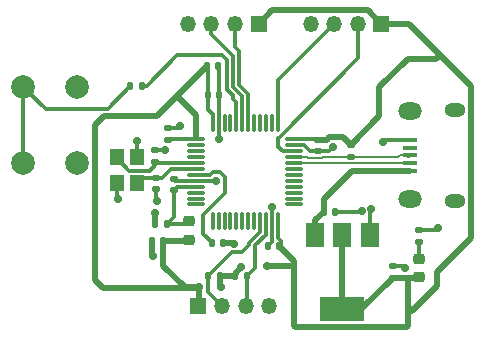
<source format=gbr>
%TF.GenerationSoftware,KiCad,Pcbnew,7.0.2*%
%TF.CreationDate,2023-04-27T00:23:47+05:30*%
%TF.ProjectId,stm32_pcb_design,73746d33-325f-4706-9362-5f6465736967,rev?*%
%TF.SameCoordinates,Original*%
%TF.FileFunction,Copper,L1,Top*%
%TF.FilePolarity,Positive*%
%FSLAX46Y46*%
G04 Gerber Fmt 4.6, Leading zero omitted, Abs format (unit mm)*
G04 Created by KiCad (PCBNEW 7.0.2) date 2023-04-27 00:23:47*
%MOMM*%
%LPD*%
G01*
G04 APERTURE LIST*
G04 Aperture macros list*
%AMRoundRect*
0 Rectangle with rounded corners*
0 $1 Rounding radius*
0 $2 $3 $4 $5 $6 $7 $8 $9 X,Y pos of 4 corners*
0 Add a 4 corners polygon primitive as box body*
4,1,4,$2,$3,$4,$5,$6,$7,$8,$9,$2,$3,0*
0 Add four circle primitives for the rounded corners*
1,1,$1+$1,$2,$3*
1,1,$1+$1,$4,$5*
1,1,$1+$1,$6,$7*
1,1,$1+$1,$8,$9*
0 Add four rect primitives between the rounded corners*
20,1,$1+$1,$2,$3,$4,$5,0*
20,1,$1+$1,$4,$5,$6,$7,0*
20,1,$1+$1,$6,$7,$8,$9,0*
20,1,$1+$1,$8,$9,$2,$3,0*%
G04 Aperture macros list end*
%TA.AperFunction,ComponentPad*%
%ADD10C,2.000000*%
%TD*%
%TA.AperFunction,SMDPad,CuDef*%
%ADD11RoundRect,0.140000X-0.140000X-0.170000X0.140000X-0.170000X0.140000X0.170000X-0.140000X0.170000X0*%
%TD*%
%TA.AperFunction,SMDPad,CuDef*%
%ADD12RoundRect,0.140000X-0.170000X0.140000X-0.170000X-0.140000X0.170000X-0.140000X0.170000X0.140000X0*%
%TD*%
%TA.AperFunction,SMDPad,CuDef*%
%ADD13RoundRect,0.140000X0.140000X0.170000X-0.140000X0.170000X-0.140000X-0.170000X0.140000X-0.170000X0*%
%TD*%
%TA.AperFunction,SMDPad,CuDef*%
%ADD14R,1.200000X1.400000*%
%TD*%
%TA.AperFunction,SMDPad,CuDef*%
%ADD15R,1.500000X2.000000*%
%TD*%
%TA.AperFunction,SMDPad,CuDef*%
%ADD16R,3.800000X2.000000*%
%TD*%
%TA.AperFunction,SMDPad,CuDef*%
%ADD17RoundRect,0.075000X-0.662500X-0.075000X0.662500X-0.075000X0.662500X0.075000X-0.662500X0.075000X0*%
%TD*%
%TA.AperFunction,SMDPad,CuDef*%
%ADD18RoundRect,0.075000X-0.075000X-0.662500X0.075000X-0.662500X0.075000X0.662500X-0.075000X0.662500X0*%
%TD*%
%TA.AperFunction,SMDPad,CuDef*%
%ADD19RoundRect,0.135000X-0.135000X-0.185000X0.135000X-0.185000X0.135000X0.185000X-0.135000X0.185000X0*%
%TD*%
%TA.AperFunction,SMDPad,CuDef*%
%ADD20RoundRect,0.135000X0.135000X0.185000X-0.135000X0.185000X-0.135000X-0.185000X0.135000X-0.185000X0*%
%TD*%
%TA.AperFunction,SMDPad,CuDef*%
%ADD21RoundRect,0.135000X0.185000X-0.135000X0.185000X0.135000X-0.185000X0.135000X-0.185000X-0.135000X0*%
%TD*%
%TA.AperFunction,SMDPad,CuDef*%
%ADD22RoundRect,0.135000X-0.185000X0.135000X-0.185000X-0.135000X0.185000X-0.135000X0.185000X0.135000X0*%
%TD*%
%TA.AperFunction,ComponentPad*%
%ADD23R,1.350000X1.350000*%
%TD*%
%TA.AperFunction,ComponentPad*%
%ADD24O,1.350000X1.350000*%
%TD*%
%TA.AperFunction,ComponentPad*%
%ADD25O,1.800000X1.150000*%
%TD*%
%TA.AperFunction,ComponentPad*%
%ADD26O,2.000000X1.450000*%
%TD*%
%TA.AperFunction,SMDPad,CuDef*%
%ADD27R,1.300000X0.450000*%
%TD*%
%TA.AperFunction,SMDPad,CuDef*%
%ADD28RoundRect,0.218750X-0.256250X0.218750X-0.256250X-0.218750X0.256250X-0.218750X0.256250X0.218750X0*%
%TD*%
%TA.AperFunction,SMDPad,CuDef*%
%ADD29RoundRect,0.140000X0.170000X-0.140000X0.170000X0.140000X-0.170000X0.140000X-0.170000X-0.140000X0*%
%TD*%
%TA.AperFunction,ViaPad*%
%ADD30C,0.700000*%
%TD*%
%TA.AperFunction,Conductor*%
%ADD31C,0.500000*%
%TD*%
%TA.AperFunction,Conductor*%
%ADD32C,0.300000*%
%TD*%
%TA.AperFunction,Conductor*%
%ADD33C,0.200000*%
%TD*%
G04 APERTURE END LIST*
D10*
%TO.P,SW1,1,A*%
%TO.N,GND*%
X121884000Y-90016400D03*
X121884000Y-83516400D03*
%TO.P,SW1,2,B*%
%TO.N,/SW_BOOTO*%
X117384000Y-90016400D03*
X117384000Y-83516400D03*
%TD*%
D11*
%TO.P,C7,1*%
%TO.N,+3.3V*%
X132999600Y-84226400D03*
%TO.P,C7,2*%
%TO.N,GND*%
X133959600Y-84226400D03*
%TD*%
D12*
%TO.P,C6,1*%
%TO.N,+3.3V*%
X142300000Y-88020000D03*
%TO.P,C6,2*%
%TO.N,GND*%
X142300000Y-88980000D03*
%TD*%
D13*
%TO.P,C5,1*%
%TO.N,+3.3V*%
X139062400Y-97028000D03*
%TO.P,C5,2*%
%TO.N,GND*%
X138102400Y-97028000D03*
%TD*%
D14*
%TO.P,Y1,4,4*%
%TO.N,GND*%
X127000000Y-89500000D03*
%TO.P,Y1,3,3*%
%TO.N,/HSE_OUT*%
X127000000Y-91700000D03*
%TO.P,Y1,2,2*%
%TO.N,GND*%
X125300000Y-91700000D03*
%TO.P,Y1,1,1*%
%TO.N,/HSE_IN*%
X125300000Y-89500000D03*
%TD*%
D15*
%TO.P,U2,1,GND*%
%TO.N,GND*%
X146700000Y-96050000D03*
D16*
%TO.P,U2,2,VO*%
%TO.N,+3.3V*%
X144400000Y-102350000D03*
D15*
X144400000Y-96050000D03*
%TO.P,U2,3,VI*%
%TO.N,VBUS*%
X142100000Y-96050000D03*
%TD*%
D17*
%TO.P,U1,1,VBAT*%
%TO.N,+3.3V*%
X132000000Y-88000000D03*
%TO.P,U1,2,PC13*%
%TO.N,unconnected-(U1-PC13-Pad2)*%
X132000000Y-88500000D03*
%TO.P,U1,3,PC14*%
%TO.N,unconnected-(U1-PC14-Pad3)*%
X132000000Y-89000000D03*
%TO.P,U1,4,PC15*%
%TO.N,unconnected-(U1-PC15-Pad4)*%
X132000000Y-89500000D03*
%TO.P,U1,5,PD0*%
%TO.N,/HSE_IN*%
X132000000Y-90000000D03*
%TO.P,U1,6,PD1*%
%TO.N,/HSE_OUT*%
X132000000Y-90500000D03*
%TO.P,U1,7,NRST*%
%TO.N,/NRST*%
X132000000Y-91000000D03*
%TO.P,U1,8,VSSA*%
%TO.N,GND*%
X132000000Y-91500000D03*
%TO.P,U1,9,VDDA*%
%TO.N,+3.3VA*%
X132000000Y-92000000D03*
%TO.P,U1,10,PA0*%
%TO.N,unconnected-(U1-PA0-Pad10)*%
X132000000Y-92500000D03*
%TO.P,U1,11,PA1*%
%TO.N,unconnected-(U1-PA1-Pad11)*%
X132000000Y-93000000D03*
%TO.P,U1,12,PA2*%
%TO.N,unconnected-(U1-PA2-Pad12)*%
X132000000Y-93500000D03*
D18*
%TO.P,U1,13,PA3*%
%TO.N,unconnected-(U1-PA3-Pad13)*%
X133412500Y-94912500D03*
%TO.P,U1,14,PA4*%
%TO.N,unconnected-(U1-PA4-Pad14)*%
X133912500Y-94912500D03*
%TO.P,U1,15,PA5*%
%TO.N,unconnected-(U1-PA5-Pad15)*%
X134412500Y-94912500D03*
%TO.P,U1,16,PA6*%
%TO.N,unconnected-(U1-PA6-Pad16)*%
X134912500Y-94912500D03*
%TO.P,U1,17,PA7*%
%TO.N,unconnected-(U1-PA7-Pad17)*%
X135412500Y-94912500D03*
%TO.P,U1,18,PB0*%
%TO.N,unconnected-(U1-PB0-Pad18)*%
X135912500Y-94912500D03*
%TO.P,U1,19,PB1*%
%TO.N,unconnected-(U1-PB1-Pad19)*%
X136412500Y-94912500D03*
%TO.P,U1,20,PB2*%
%TO.N,unconnected-(U1-PB2-Pad20)*%
X136912500Y-94912500D03*
%TO.P,U1,21,PB10*%
%TO.N,/I2C_SCL*%
X137412500Y-94912500D03*
%TO.P,U1,22,PB11*%
%TO.N,/I2C_SDA*%
X137912500Y-94912500D03*
%TO.P,U1,23,VSS*%
%TO.N,GND*%
X138412500Y-94912500D03*
%TO.P,U1,24,VDD*%
%TO.N,+3.3V*%
X138912500Y-94912500D03*
D17*
%TO.P,U1,25,PB12*%
%TO.N,unconnected-(U1-PB12-Pad25)*%
X140325000Y-93500000D03*
%TO.P,U1,26,PB13*%
%TO.N,unconnected-(U1-PB13-Pad26)*%
X140325000Y-93000000D03*
%TO.P,U1,27,PB14*%
%TO.N,unconnected-(U1-PB14-Pad27)*%
X140325000Y-92500000D03*
%TO.P,U1,28,PB15*%
%TO.N,unconnected-(U1-PB15-Pad28)*%
X140325000Y-92000000D03*
%TO.P,U1,29,PA8*%
%TO.N,unconnected-(U1-PA8-Pad29)*%
X140325000Y-91500000D03*
%TO.P,U1,30,PA9*%
%TO.N,unconnected-(U1-PA9-Pad30)*%
X140325000Y-91000000D03*
%TO.P,U1,31,PA10*%
%TO.N,unconnected-(U1-PA10-Pad31)*%
X140325000Y-90500000D03*
%TO.P,U1,32,PA11*%
%TO.N,/USB_D-*%
X140325000Y-90000000D03*
%TO.P,U1,33,PA12*%
%TO.N,/USB_D+*%
X140325000Y-89500000D03*
%TO.P,U1,34,PA13*%
%TO.N,/SWDIO*%
X140325000Y-89000000D03*
%TO.P,U1,35,VSS*%
%TO.N,GND*%
X140325000Y-88500000D03*
%TO.P,U1,36,VDD*%
%TO.N,+3.3V*%
X140325000Y-88000000D03*
D18*
%TO.P,U1,37,PA14*%
%TO.N,/SWCLK*%
X138912500Y-86587500D03*
%TO.P,U1,38,PA15*%
%TO.N,unconnected-(U1-PA15-Pad38)*%
X138412500Y-86587500D03*
%TO.P,U1,39,PB3*%
%TO.N,unconnected-(U1-PB3-Pad39)*%
X137912500Y-86587500D03*
%TO.P,U1,40,PB4*%
%TO.N,unconnected-(U1-PB4-Pad40)*%
X137412500Y-86587500D03*
%TO.P,U1,41,PB5*%
%TO.N,unconnected-(U1-PB5-Pad41)*%
X136912500Y-86587500D03*
%TO.P,U1,42,PB6*%
%TO.N,/USART1_TX*%
X136412500Y-86587500D03*
%TO.P,U1,43,PB7*%
%TO.N,/USART1_RX*%
X135912500Y-86587500D03*
%TO.P,U1,44,BOOT0*%
%TO.N,/BOOTO*%
X135412500Y-86587500D03*
%TO.P,U1,45,PB8*%
%TO.N,unconnected-(U1-PB8-Pad45)*%
X134912500Y-86587500D03*
%TO.P,U1,46,PB9*%
%TO.N,unconnected-(U1-PB9-Pad46)*%
X134412500Y-86587500D03*
%TO.P,U1,47,VSS*%
%TO.N,GND*%
X133912500Y-86587500D03*
%TO.P,U1,48,VDD*%
%TO.N,+3.3V*%
X133412500Y-86587500D03*
%TD*%
D19*
%TO.P,R5,1*%
%TO.N,+3.3V*%
X135290000Y-99600000D03*
%TO.P,R5,2*%
%TO.N,/I2C_SDA*%
X136310000Y-99600000D03*
%TD*%
D20*
%TO.P,R4,1*%
%TO.N,+3.3V*%
X134010000Y-99600000D03*
%TO.P,R4,2*%
%TO.N,/I2C_SCL*%
X132990000Y-99600000D03*
%TD*%
D21*
%TO.P,R1,2*%
%TO.N,GND*%
X150900000Y-95670000D03*
%TO.P,R1,1*%
%TO.N,/PWR_LED_K*%
X150900000Y-96690000D03*
%TD*%
D22*
%TO.P,R3,1*%
%TO.N,+3.3V*%
X145084800Y-88442800D03*
%TO.P,R3,2*%
%TO.N,/USB_D+*%
X145084800Y-89462800D03*
%TD*%
D19*
%TO.P,R2,2*%
%TO.N,/BOOTO*%
X127461200Y-83464400D03*
%TO.P,R2,1*%
%TO.N,/SW_BOOTO*%
X126441200Y-83464400D03*
%TD*%
D23*
%TO.P,J4,1,Pin_1*%
%TO.N,+3.3V*%
X132200000Y-102100000D03*
D24*
%TO.P,J4,2,Pin_2*%
%TO.N,/I2C_SCL*%
X134200000Y-102100000D03*
%TO.P,J4,3,Pin_3*%
%TO.N,/I2C_SDA*%
X136200000Y-102100000D03*
%TO.P,J4,4,Pin_4*%
%TO.N,GND*%
X138200000Y-102100000D03*
%TD*%
D23*
%TO.P,J3,1,Pin_1*%
%TO.N,+3.3V*%
X137300000Y-78200000D03*
D24*
%TO.P,J3,2,Pin_2*%
%TO.N,/USART1_TX*%
X135300000Y-78200000D03*
%TO.P,J3,3,Pin_3*%
%TO.N,/USART1_RX*%
X133300000Y-78200000D03*
%TO.P,J3,4,Pin_4*%
%TO.N,GND*%
X131300000Y-78200000D03*
%TD*%
D23*
%TO.P,J2,1,Pin_1*%
%TO.N,+3.3V*%
X147700000Y-78200000D03*
D24*
%TO.P,J2,2,Pin_2*%
%TO.N,/SWDIO*%
X145700000Y-78200000D03*
%TO.P,J2,3,Pin_3*%
%TO.N,/SWCLK*%
X143700000Y-78200000D03*
%TO.P,J2,4,Pin_4*%
%TO.N,GND*%
X141700000Y-78200000D03*
%TD*%
D25*
%TO.P,J1,6,Shield*%
%TO.N,unconnected-(J1-Shield-Pad6)*%
X153938600Y-85477600D03*
X153938600Y-93227600D03*
D26*
X150138600Y-85627600D03*
X150138600Y-93077600D03*
D27*
%TO.P,J1,5,GND*%
%TO.N,GND*%
X150088600Y-88052600D03*
%TO.P,J1,4,ID*%
%TO.N,unconnected-(J1-ID-Pad4)*%
X150088600Y-88702600D03*
%TO.P,J1,3,D+*%
%TO.N,/USB_D+*%
X150088600Y-89352600D03*
%TO.P,J1,2,D-*%
%TO.N,/USB_D-*%
X150088600Y-90002600D03*
%TO.P,J1,1,VBUS*%
%TO.N,VBUS*%
X150088600Y-90652600D03*
%TD*%
D28*
%TO.P,FB1,1*%
%TO.N,+3.3VA*%
X131400000Y-94912500D03*
%TO.P,FB1,2*%
%TO.N,+3.3V*%
X131400000Y-96487500D03*
%TD*%
%TO.P,D1,2,A*%
%TO.N,+3.3V*%
X150900000Y-99667500D03*
%TO.P,D1,1,K*%
%TO.N,/PWR_LED_K*%
X150900000Y-98092500D03*
%TD*%
D29*
%TO.P,C2,1*%
%TO.N,+3.3V*%
X148640800Y-99692400D03*
%TO.P,C2,2*%
%TO.N,GND*%
X148640800Y-98732400D03*
%TD*%
D11*
%TO.P,C1,1*%
%TO.N,VBUS*%
X142826800Y-94107000D03*
%TO.P,C1,2*%
%TO.N,GND*%
X143786800Y-94107000D03*
%TD*%
D12*
%TO.P,C13,1*%
%TO.N,/HSE_OUT*%
X128600000Y-91220000D03*
%TO.P,C13,2*%
%TO.N,GND*%
X128600000Y-92180000D03*
%TD*%
D29*
%TO.P,C12,2*%
%TO.N,GND*%
X128500000Y-88920000D03*
%TO.P,C12,1*%
%TO.N,/HSE_IN*%
X128500000Y-89880000D03*
%TD*%
D11*
%TO.P,C11,1*%
%TO.N,/NRST*%
X133320000Y-96800000D03*
%TO.P,C11,2*%
%TO.N,GND*%
X134280000Y-96800000D03*
%TD*%
D13*
%TO.P,C10,2*%
%TO.N,GND*%
X128270000Y-96621600D03*
%TO.P,C10,1*%
%TO.N,+3.3V*%
X129230000Y-96621600D03*
%TD*%
%TO.P,C9,1*%
%TO.N,+3.3VA*%
X129512000Y-95148400D03*
%TO.P,C9,2*%
%TO.N,GND*%
X128552000Y-95148400D03*
%TD*%
D29*
%TO.P,C8,1*%
%TO.N,+3.3VA*%
X130100000Y-92300000D03*
%TO.P,C8,2*%
%TO.N,GND*%
X130100000Y-91340000D03*
%TD*%
D11*
%TO.P,C3,1*%
%TO.N,+3.3V*%
X132900000Y-81800000D03*
%TO.P,C3,2*%
%TO.N,GND*%
X133860000Y-81800000D03*
%TD*%
D29*
%TO.P,C4,1*%
%TO.N,+3.3V*%
X129641600Y-88008400D03*
%TO.P,C4,2*%
%TO.N,GND*%
X129641600Y-87048400D03*
%TD*%
D30*
%TO.N,GND*%
X133959600Y-87934800D03*
X128701800Y-93243400D03*
X125425200Y-93040200D03*
X126974600Y-88087200D03*
X129362200Y-88925400D03*
X130606800Y-86842600D03*
%TO.N,+3.3V*%
X132257800Y-100507800D03*
X134086600Y-100507800D03*
X135812834Y-98834159D03*
X137972800Y-98729800D03*
%TO.N,GND*%
X143637000Y-88620600D03*
X147802600Y-88188800D03*
X149656800Y-98907600D03*
X152450800Y-95504000D03*
X146812000Y-93903800D03*
X146075400Y-94081600D03*
X133705600Y-91490800D03*
X128320800Y-97840800D03*
X128524000Y-94234000D03*
X135229600Y-96824800D03*
X138430000Y-93675200D03*
%TD*%
D31*
%TO.N,+3.3V*%
X145983200Y-102350000D02*
X144400000Y-102350000D01*
X148640800Y-99692400D02*
X145983200Y-102350000D01*
X144400000Y-96050000D02*
X144400000Y-102350000D01*
D32*
%TO.N,/SW_BOOTO*%
X117384000Y-83516400D02*
X117384000Y-90016400D01*
D31*
%TO.N,+3.3V*%
X129230000Y-98673800D02*
X129230000Y-96621600D01*
X131064000Y-100507800D02*
X129230000Y-98673800D01*
X132257800Y-100507800D02*
X131064000Y-100507800D01*
X132257800Y-100507800D02*
X132257800Y-102042200D01*
X128705200Y-85994800D02*
X130375100Y-84324900D01*
X124215600Y-85994800D02*
X128705200Y-85994800D01*
X132257800Y-102042200D02*
X132200000Y-102100000D01*
X123469400Y-86741000D02*
X124215600Y-85994800D01*
X123469400Y-99872800D02*
X123469400Y-86741000D01*
X132257800Y-100507800D02*
X132207000Y-100558600D01*
X132207000Y-100558600D02*
X124155200Y-100558600D01*
X124155200Y-100558600D02*
X123469400Y-99872800D01*
D33*
%TO.N,/USB_D+*%
X149310800Y-89352600D02*
X150088600Y-89352600D01*
X149138400Y-89525000D02*
X149310800Y-89352600D01*
D32*
%TO.N,GND*%
X146050000Y-94107000D02*
X146075400Y-94081600D01*
X143786800Y-94107000D02*
X146050000Y-94107000D01*
D31*
%TO.N,+3.3V*%
X152425400Y-99237800D02*
X155288600Y-96374600D01*
X155288600Y-83457400D02*
X152641300Y-80810100D01*
X152425400Y-100380800D02*
X152425400Y-99237800D01*
X150266400Y-102539800D02*
X152425400Y-100380800D01*
X155288600Y-96374600D02*
X155288600Y-83457400D01*
X149936200Y-102209600D02*
X150266400Y-102539800D01*
X149936200Y-100584000D02*
X149936200Y-102209600D01*
X147523200Y-83566000D02*
X147523200Y-86004400D01*
X149936200Y-81153000D02*
X147523200Y-83566000D01*
X147523200Y-86004400D02*
X145084800Y-88442800D01*
X152298400Y-81153000D02*
X149936200Y-81153000D01*
X152641300Y-80810100D02*
X152298400Y-81153000D01*
X143094600Y-88020000D02*
X142300000Y-88020000D01*
X143294000Y-87820600D02*
X143094600Y-88020000D01*
X145084800Y-88442800D02*
X144462600Y-87820600D01*
X144462600Y-87820600D02*
X143294000Y-87820600D01*
X152641300Y-80810100D02*
X150031200Y-78200000D01*
X138425000Y-77075000D02*
X137300000Y-78200000D01*
X146575000Y-77075000D02*
X138425000Y-77075000D01*
X147700000Y-78200000D02*
X146575000Y-77075000D01*
X150031200Y-78200000D02*
X147700000Y-78200000D01*
X149936200Y-99707600D02*
X149936200Y-100584000D01*
X149936200Y-100584000D02*
X149936200Y-103809800D01*
D32*
%TO.N,/PWR_LED_K*%
X150900000Y-98092500D02*
X150900000Y-96690000D01*
%TO.N,GND*%
X133912500Y-87887700D02*
X133959600Y-87934800D01*
X133912500Y-86587500D02*
X133912500Y-87887700D01*
D31*
%TO.N,+3.3V*%
X130375100Y-84324900D02*
X132900000Y-81800000D01*
X132000000Y-85949800D02*
X132000000Y-87900000D01*
X130375100Y-84324900D02*
X132000000Y-85949800D01*
D32*
%TO.N,+3.3VA*%
X131164100Y-95148400D02*
X131400000Y-94912500D01*
X129512000Y-95148400D02*
X131164100Y-95148400D01*
X130100000Y-94560400D02*
X129512000Y-95148400D01*
X130100000Y-92300000D02*
X130100000Y-94560400D01*
D31*
%TO.N,+3.3V*%
X131265900Y-96621600D02*
X131400000Y-96487500D01*
X129230000Y-96621600D02*
X131265900Y-96621600D01*
D32*
%TO.N,GND*%
X130401000Y-87048400D02*
X130606800Y-86842600D01*
X129641600Y-87048400D02*
X130401000Y-87048400D01*
X127000000Y-88112600D02*
X126974600Y-88087200D01*
X127000000Y-89500000D02*
X127000000Y-88112600D01*
X129356800Y-88920000D02*
X129362200Y-88925400D01*
X128500000Y-88920000D02*
X129356800Y-88920000D01*
X125300000Y-91700000D02*
X125300000Y-92915000D01*
X125300000Y-92915000D02*
X125425200Y-93040200D01*
X128600000Y-92180000D02*
X128600000Y-93141600D01*
X128600000Y-93141600D02*
X128701800Y-93243400D01*
D31*
%TO.N,+3.3V*%
X134010000Y-99600000D02*
X134010000Y-100431200D01*
X134010000Y-100431200D02*
X134086600Y-100507800D01*
X135290000Y-99600000D02*
X134010000Y-99600000D01*
X135290000Y-99356993D02*
X135290000Y-99600000D01*
X135812834Y-98834159D02*
X135290000Y-99356993D01*
X138023600Y-98679000D02*
X137972800Y-98729800D01*
X140335000Y-103784400D02*
X140335000Y-98679000D01*
X140335000Y-98679000D02*
X138023600Y-98679000D01*
X140335000Y-98679000D02*
X140335000Y-98300600D01*
D32*
%TO.N,/I2C_SCL*%
X137412500Y-95839794D02*
X137412500Y-94912500D01*
X136507600Y-96744694D02*
X137412500Y-95839794D01*
X136507600Y-96918400D02*
X136507600Y-96744694D01*
X135901200Y-97524800D02*
X136507600Y-96918400D01*
X132990000Y-99600000D02*
X135065200Y-97524800D01*
X135065200Y-97524800D02*
X135901200Y-97524800D01*
D31*
%TO.N,VBUS*%
X142100000Y-94833800D02*
X142826800Y-94107000D01*
X142100000Y-96050000D02*
X142100000Y-94833800D01*
X145186800Y-90677600D02*
X150088600Y-90677600D01*
X142826800Y-93037600D02*
X145186800Y-90677600D01*
X142826800Y-94107000D02*
X142826800Y-93037600D01*
D32*
%TO.N,GND*%
X142300000Y-88980000D02*
X143277600Y-88980000D01*
X143277600Y-88980000D02*
X143637000Y-88620600D01*
D31*
%TO.N,+3.3V*%
X140335000Y-98300600D02*
X139062400Y-97028000D01*
X140417120Y-103866520D02*
X140335000Y-103784400D01*
X149312103Y-103875315D02*
X140417120Y-103866520D01*
X149870685Y-103875315D02*
X149312103Y-103875315D01*
X149936200Y-103809800D02*
X149870685Y-103875315D01*
X149936200Y-99707600D02*
X150859900Y-99707600D01*
X148656000Y-99707600D02*
X149936200Y-99707600D01*
D32*
%TO.N,GND*%
X147938800Y-88052600D02*
X147802600Y-88188800D01*
X150088600Y-88052600D02*
X147938800Y-88052600D01*
D31*
%TO.N,+3.3V*%
X150859900Y-99707600D02*
X150900000Y-99667500D01*
X148640800Y-99692400D02*
X148656000Y-99707600D01*
D32*
%TO.N,GND*%
X146700000Y-94015800D02*
X146700000Y-96050000D01*
X146812000Y-93903800D02*
X146700000Y-94015800D01*
X149481600Y-98732400D02*
X149656800Y-98907600D01*
X148640800Y-98732400D02*
X149481600Y-98732400D01*
X152284800Y-95670000D02*
X152450800Y-95504000D01*
X150900000Y-95670000D02*
X152284800Y-95670000D01*
%TO.N,/NRST*%
X133206450Y-91000000D02*
X132000000Y-91000000D01*
X133995550Y-90790800D02*
X133415650Y-90790800D01*
X133415650Y-90790800D02*
X133206450Y-91000000D01*
X134416800Y-91212050D02*
X133995550Y-90790800D01*
X134416800Y-92569659D02*
X134416800Y-91212050D01*
X132588000Y-94398459D02*
X134416800Y-92569659D01*
X133320000Y-96800000D02*
X133320000Y-96693200D01*
X133320000Y-96693200D02*
X132588000Y-95961200D01*
X132588000Y-95961200D02*
X132588000Y-94398459D01*
%TO.N,GND*%
X133696400Y-91500000D02*
X133705600Y-91490800D01*
X132000000Y-91500000D02*
X133696400Y-91500000D01*
D31*
X128270000Y-97790000D02*
X128320800Y-97840800D01*
X128270000Y-96621600D02*
X128270000Y-97790000D01*
X128524000Y-94792800D02*
X128524000Y-94234000D01*
X135204800Y-96800000D02*
X135229600Y-96824800D01*
X134280000Y-96800000D02*
X135204800Y-96800000D01*
D32*
X138412500Y-93692700D02*
X138430000Y-93675200D01*
X138412500Y-94912500D02*
X138412500Y-93692700D01*
%TO.N,/I2C_SCL*%
X132990000Y-100890000D02*
X134200000Y-102100000D01*
X132990000Y-99600000D02*
X132990000Y-100890000D01*
%TO.N,/I2C_SDA*%
X136310000Y-101990000D02*
X136200000Y-102100000D01*
X136310000Y-99600000D02*
X136310000Y-101990000D01*
X137007600Y-98902400D02*
X136310000Y-99600000D01*
X137007600Y-96951800D02*
X137007600Y-98902400D01*
X137912500Y-96046900D02*
X137007600Y-96951800D01*
X137912500Y-94912500D02*
X137912500Y-96046900D01*
%TO.N,/SW_BOOTO*%
X119262400Y-85394800D02*
X117384000Y-83516400D01*
X124510800Y-85394800D02*
X119262400Y-85394800D01*
X126441200Y-83464400D02*
X124510800Y-85394800D01*
%TO.N,+3.3V*%
X133045200Y-81945200D02*
X132900000Y-81800000D01*
X133412500Y-85863700D02*
X133045200Y-85496400D01*
X133045200Y-85496400D02*
X133045200Y-81945200D01*
X133412500Y-86587500D02*
X133412500Y-85863700D01*
%TO.N,GND*%
X133912500Y-81852500D02*
X133860000Y-81800000D01*
X133912500Y-86587500D02*
X133912500Y-81852500D01*
%TO.N,/BOOTO*%
X127812800Y-83464400D02*
X127461200Y-83464400D01*
X130403600Y-80873600D02*
X127812800Y-83464400D01*
X134213600Y-80873600D02*
X130403600Y-80873600D01*
X134636000Y-81296000D02*
X134213600Y-80873600D01*
X134636000Y-83777014D02*
X134636000Y-81296000D01*
X135128000Y-84269014D02*
X134636000Y-83777014D01*
X135128000Y-84531200D02*
X135128000Y-84269014D01*
X135412500Y-84815700D02*
X135128000Y-84531200D01*
X135412500Y-86587500D02*
X135412500Y-84815700D01*
%TO.N,/USART1_RX*%
X135136000Y-83569907D02*
X135912500Y-84346406D01*
X133300000Y-79096400D02*
X135136000Y-80932400D01*
X133300000Y-78200000D02*
X133300000Y-79096400D01*
X135136000Y-80932400D02*
X135136000Y-83569907D01*
X135912500Y-84346406D02*
X135912500Y-86587500D01*
%TO.N,/USART1_TX*%
X135300000Y-80182000D02*
X135300000Y-78200000D01*
X135636000Y-80518000D02*
X135300000Y-80182000D01*
X136412500Y-84139300D02*
X135636000Y-83362800D01*
X136412500Y-86587500D02*
X136412500Y-84139300D01*
X135636000Y-83362800D02*
X135636000Y-80518000D01*
%TO.N,/SWDIO*%
X139005341Y-87833200D02*
X145700000Y-81138541D01*
X145700000Y-81138541D02*
X145700000Y-78200000D01*
X138938000Y-88595200D02*
X138938000Y-87833200D01*
X138938000Y-87833200D02*
X139005341Y-87833200D01*
X140325000Y-89000000D02*
X139342800Y-89000000D01*
X139342800Y-89000000D02*
X138938000Y-88595200D01*
%TO.N,/SWCLK*%
X138912500Y-82987500D02*
X143700000Y-78200000D01*
X138912500Y-86587500D02*
X138912500Y-82987500D01*
%TO.N,/USB_D+*%
X149961600Y-89408000D02*
X150007400Y-89362200D01*
X150049800Y-89362200D02*
X150007400Y-89362200D01*
D33*
X141431251Y-89500000D02*
X140325000Y-89500000D01*
X141491251Y-89560000D02*
X141431251Y-89500000D01*
X142652254Y-89560000D02*
X141491251Y-89560000D01*
X142687254Y-89525000D02*
X142652254Y-89560000D01*
X149138400Y-89525000D02*
X142687254Y-89525000D01*
%TO.N,/USB_D-*%
X149094938Y-90012200D02*
X150049800Y-90012200D01*
X149057738Y-89975000D02*
X149094938Y-90012200D01*
X145507783Y-89975000D02*
X149057738Y-89975000D01*
X145449983Y-90032800D02*
X145507783Y-89975000D01*
X141464051Y-90032800D02*
X145449983Y-90032800D01*
X141431251Y-90000000D02*
X141464051Y-90032800D01*
X140325000Y-90000000D02*
X141431251Y-90000000D01*
D32*
%TO.N,/HSE_IN*%
X125300000Y-89600000D02*
X125300000Y-89500000D01*
X127891600Y-90650000D02*
X126350000Y-90650000D01*
X128066800Y-90627200D02*
X127914400Y-90627200D01*
X127914400Y-90627200D02*
X127891600Y-90650000D01*
X126350000Y-90650000D02*
X125300000Y-89600000D01*
X128500000Y-90194000D02*
X128066800Y-90627200D01*
X128500000Y-89880000D02*
X128500000Y-90194000D01*
%TO.N,/HSE_OUT*%
X128600000Y-91220000D02*
X127480000Y-91220000D01*
X127480000Y-91220000D02*
X127000000Y-91700000D01*
%TO.N,/HSE_IN*%
X128620000Y-90000000D02*
X132000000Y-90000000D01*
X128500000Y-89880000D02*
X128620000Y-90000000D01*
%TO.N,/HSE_OUT*%
X129150400Y-91220000D02*
X128600000Y-91220000D01*
X129870400Y-90500000D02*
X129150400Y-91220000D01*
X129870400Y-90500000D02*
X132000000Y-90500000D01*
X128600000Y-91220000D02*
X128600000Y-91211600D01*
%TO.N,+3.3V*%
X138912500Y-96342100D02*
X138912500Y-94912500D01*
X139180000Y-96609600D02*
X138912500Y-96342100D01*
X139180000Y-96900000D02*
X139180000Y-96609600D01*
%TO.N,GND*%
X138412500Y-96707500D02*
X138220000Y-96900000D01*
X138412500Y-94912500D02*
X138412500Y-96707500D01*
X141643541Y-88980000D02*
X141163541Y-88500000D01*
X142300000Y-88980000D02*
X141643541Y-88980000D01*
X141163541Y-88500000D02*
X140325000Y-88500000D01*
%TO.N,+3.3V*%
X142280000Y-88000000D02*
X140325000Y-88000000D01*
X142300000Y-88020000D02*
X142280000Y-88000000D01*
%TO.N,+3.3VA*%
X130400000Y-92000000D02*
X132000000Y-92000000D01*
X130100000Y-92300000D02*
X130400000Y-92000000D01*
%TO.N,GND*%
X130260000Y-91500000D02*
X130100000Y-91340000D01*
X132000000Y-91500000D02*
X130260000Y-91500000D01*
%TO.N,+3.3V*%
X129650000Y-88000000D02*
X129641600Y-88008400D01*
X132000000Y-88000000D02*
X129650000Y-88000000D01*
%TD*%
M02*

</source>
